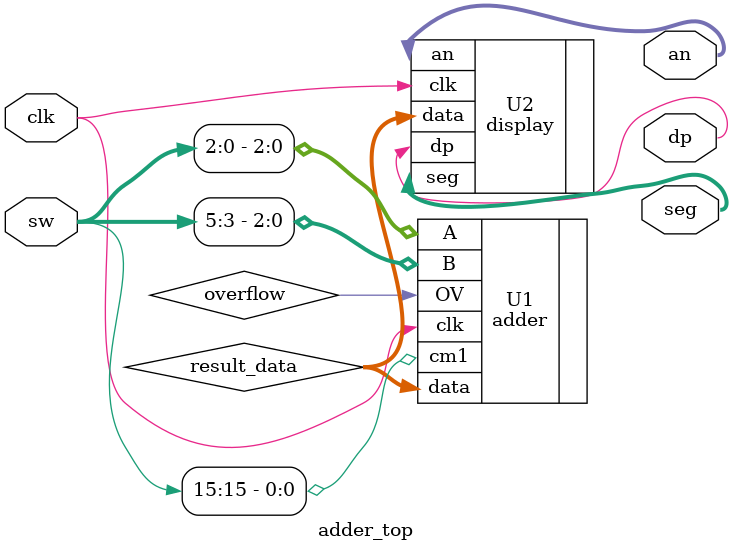
<source format=v>
module adder_top (
    clk,
    sw,
    seg,
    an,
    dp
);
  input clk;
  input [15:0] sw;
  output [6:0] seg;
  output [3:0] an;
  output dp;

  wire [3:0] result_data;
  wire overflow;

  adder U1 (
      .clk(clk),
      .cm1(sw[15]),
      .A(sw[2:0]),
      .B(sw[5:3]),
      .data(result_data),
      .OV(overflow)
  );

  display U2 (
      .clk (clk),
      .dp  (dp),
      .seg (seg),
      .an  (an),
      .data(result_data)
  );

endmodule

</source>
